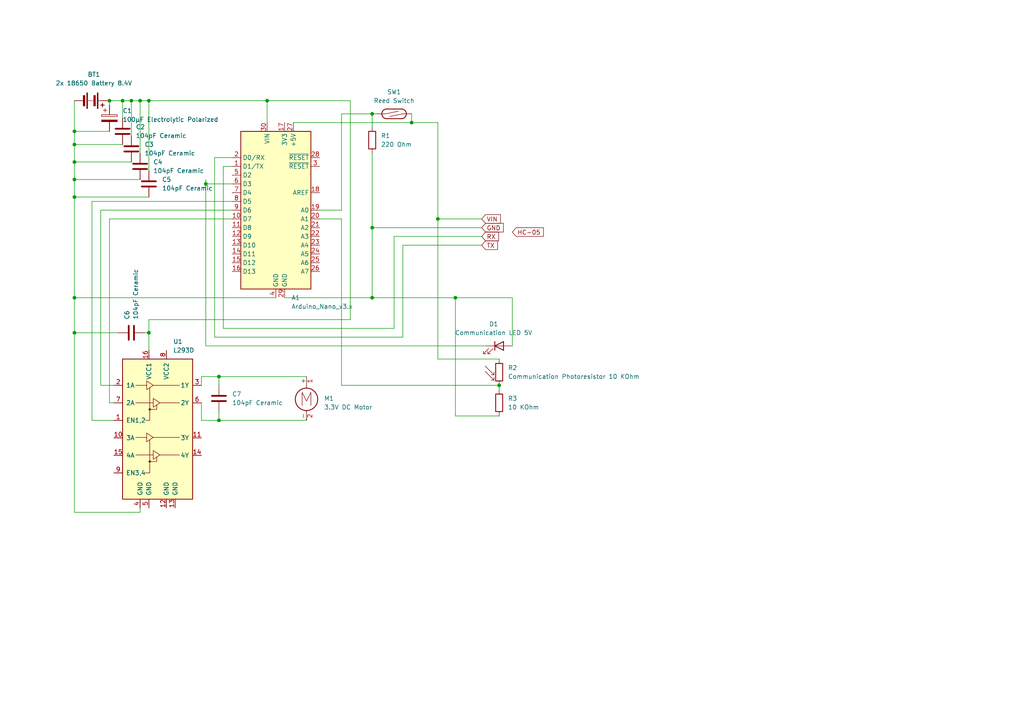
<source format=kicad_sch>
(kicad_sch (version 20230121) (generator eeschema)
  (paper "A4")
  (title_block (title "Model Train Autonomous Remote Controller") (date "2023-08-04") (rev "v3"))
  (lib_symbols
    (symbol "Device:Battery" (pin_numbers hide) (pin_names (offset 0) hide)
      (property "Reference" "BT" (at 2.54 2.54 0))
      (property "Value" "Battery" (at 2.54 0 0))
      (symbol "Battery_0_1"
        (rectangle (start -2.286 -1.27) (end 2.286 -1.524) (fill (type outline)))
        (rectangle (start -2.286 1.778) (end 2.286 1.524) (fill (type outline)))
        (rectangle (start -1.524 -2.032) (end 1.524 -2.54) (fill (type outline)))
        (rectangle (start -1.524 1.016) (end 1.524 0.508) (fill (type outline)))
        (polyline (pts (xy 0 -1.016) (xy 0 -0.762)))
        (polyline (pts (xy 0 -0.508) (xy 0 -0.254)))
        (polyline (pts (xy 0 0) (xy 0 0.254)))
        (polyline (pts (xy 0 1.778) (xy 0 2.54)))
        (polyline (pts (xy 0.762 3.048) (xy 1.778 3.048)) (stroke (width 0.254)))
        (polyline (pts (xy 1.27 3.556) (xy 1.27 2.54)) (stroke (width 0.254)))
      )
      (symbol "Battery_1_1"
        (pin passive line (at 0 5.08 270) (length 2.54) (name "+") (number "1"))
        (pin passive line (at 0 -5.08 90) (length 2.54) (name "-") (number "2"))
      )
    )
    (symbol "Device:C" (pin_numbers hide) (pin_names (offset 0.254))
      (property "Reference" "C" (at 0.635 2.54 0))
      (property "Value" "C" (at 0.635 -2.54 0))
      (symbol "C_0_1"
        (polyline (pts (xy -2.032 -0.762) (xy 2.032 -0.762)) (stroke (width 0.508)))
        (polyline (pts (xy -2.032 0.762) (xy 2.032 0.762)) (stroke (width 0.508)))
      )
      (symbol "C_1_1"
        (pin passive line (at 0 3.81 270) (length 2.794) (name "~") (number "1"))
        (pin passive line (at 0 -3.81 90) (length 2.794) (name "~") (number "2"))
      )
    )
    (symbol "Device:C_Polarized" (pin_numbers hide) (pin_names (offset 0.254))
      (property "Reference" "C" (at 0.635 2.54 0))
      (property "Value" "C_Polarized" (at 0.635 -2.54 0))
      (symbol "C_Polarized_0_1"
        (rectangle (start -2.286 0.508) (end 2.286 1.016))
        (polyline (pts (xy -1.778 2.286) (xy -0.762 2.286)))
        (polyline (pts (xy -1.27 2.794) (xy -1.27 1.778)))
        (rectangle (start 2.286 -0.508) (end -2.286 -1.016) (fill (type outline)))
      )
      (symbol "C_Polarized_1_1"
        (pin passive line (at 0 3.81 270) (length 2.794) (name "~") (number "1"))
        (pin passive line (at 0 -3.81 90) (length 2.794) (name "~") (number "2"))
      )
    )
    (symbol "Device:LED" (pin_numbers hide) (pin_names (offset 1.016) hide)
      (property "Reference" "D" (at 0 2.54 0))
      (property "Value" "LED" (at 0 -2.54 0))
      (symbol "LED_0_1"
        (polyline (pts (xy -1.27 -1.27) (xy -1.27 1.27)) (stroke (width 0.254)))
        (polyline (pts (xy -1.27 0) (xy 1.27 0)))
        (polyline (pts (xy 1.27 -1.27) (xy 1.27 1.27) (xy -1.27 0) (xy 1.27 -1.27)) (stroke (width 0.254)))
        (polyline (pts (xy -3.048 -0.762) (xy -4.572 -2.286) (xy -3.81 -2.286) (xy -4.572 -2.286) (xy -4.572 -1.524)))
        (polyline (pts (xy -1.778 -0.762) (xy -3.302 -2.286) (xy -2.54 -2.286) (xy -3.302 -2.286) (xy -3.302 -1.524)))
      )
      (symbol "LED_1_1"
        (pin passive line (at -3.81 0 0) (length 2.54) (name "K") (number "1"))
        (pin passive line (at 3.81 0 180) (length 2.54) (name "A") (number "2"))
      )
    )
    (symbol "Device:R" (pin_numbers hide) (pin_names (offset 0))
      (property "Reference" "R" (at 2.032 0 90))
      (property "Value" "R" (at 0 0 90))
      (symbol "R_0_1"
        (rectangle (start -1.016 -2.54) (end 1.016 2.54) (stroke (width 0.254)))
      )
      (symbol "R_1_1"
        (pin passive line (at 0 3.81 270) (length 1.27) (name "~") (number "1"))
        (pin passive line (at 0 -3.81 90) (length 1.27) (name "~") (number "2"))
      )
    )
    (symbol "Device:R_Photo" (pin_numbers hide) (pin_names (offset 0))
      (property "Reference" "R" (at 1.27 1.27 0))
      (property "Value" "R_Photo" (at 1.27 0 0))
      (symbol "R_Photo_0_1"
        (rectangle (start -1.016 2.54) (end 1.016 -2.54) (stroke (width 0.254)))
        (polyline (pts (xy -1.524 -2.286) (xy -4.064 0.254)))
        (polyline (pts (xy -1.524 -2.286) (xy -2.286 -2.286)))
        (polyline (pts (xy -1.524 -2.286) (xy -1.524 -1.524)))
        (polyline (pts (xy -1.524 -0.762) (xy -4.064 1.778)))
        (polyline (pts (xy -1.524 -0.762) (xy -2.286 -0.762)))
        (polyline (pts (xy -1.524 -0.762) (xy -1.524 0)))
      )
      (symbol "R_Photo_1_1"
        (pin passive line (at 0 3.81 270) (length 1.27) (name "~") (number "1"))
        (pin passive line (at 0 -3.81 90) (length 1.27) (name "~") (number "2"))
      )
    )
    (symbol "Driver_Motor:L293D" (pin_names (offset 1.016))
      (property "Reference" "U" (at -5.08 26.035 0))
      (property "Value" "L293D" (at -5.08 24.13 0))
      (symbol "L293D_0_1"
        (rectangle (start -10.16 22.86) (end 10.16 -17.78) (stroke (width 0.254)) (fill (type background)))
        (circle (center -2.286 -6.858) (radius 0.254) (fill (type outline)))
        (circle (center -2.286 8.255) (radius 0.254) (fill (type outline)))
        (polyline (pts (xy -6.35 -4.953) (xy -1.27 -4.953)))
        (polyline (pts (xy -6.35 0.127) (xy -3.175 0.127)))
        (polyline (pts (xy -6.35 10.16) (xy -1.27 10.16)))
        (polyline (pts (xy -6.35 15.24) (xy -3.175 15.24)))
        (polyline (pts (xy -1.27 0.127) (xy 6.35 0.127)))
        (polyline (pts (xy -1.27 15.24) (xy 6.35 15.24)))
        (polyline (pts (xy 0.635 -4.953) (xy 6.35 -4.953)))
        (polyline (pts (xy 0.635 10.16) (xy 6.35 10.16)))
        (polyline (pts (xy -2.286 -6.858) (xy -0.254 -6.858) (xy -0.254 -5.588)))
        (polyline (pts (xy -2.286 -0.635) (xy -2.286 -10.16) (xy -3.556 -10.16)))
        (polyline (pts (xy -2.286 8.255) (xy -0.254 8.255) (xy -0.254 9.525)))
        (polyline (pts (xy -2.286 14.478) (xy -2.286 5.08) (xy -3.556 5.08)))
        (polyline (pts (xy -3.175 1.397) (xy -3.175 -1.143) (xy -1.27 0.127) (xy -3.175 1.397)))
        (polyline (pts (xy -3.175 16.51) (xy -3.175 13.97) (xy -1.27 15.24) (xy -3.175 16.51)))
        (polyline (pts (xy -1.27 -3.683) (xy -1.27 -6.223) (xy 0.635 -4.953) (xy -1.27 -3.683)))
        (polyline (pts (xy -1.27 11.43) (xy -1.27 8.89) (xy 0.635 10.16) (xy -1.27 11.43)))
      )
      (symbol "L293D_1_1"
        (pin input line (at -12.7 5.08 0) (length 2.54) (name "EN1,2") (number "1"))
        (pin input line (at -12.7 0 0) (length 2.54) (name "3A") (number "10"))
        (pin output line (at 12.7 0 180) (length 2.54) (name "3Y") (number "11"))
        (pin power_in line (at 2.54 -20.32 90) (length 2.54) (name "GND") (number "12"))
        (pin power_in line (at 5.08 -20.32 90) (length 2.54) (name "GND") (number "13"))
        (pin output line (at 12.7 -5.08 180) (length 2.54) (name "4Y") (number "14"))
        (pin input line (at -12.7 -5.08 0) (length 2.54) (name "4A") (number "15"))
        (pin power_in line (at -2.54 25.4 270) (length 2.54) (name "VCC1") (number "16"))
        (pin input line (at -12.7 15.24 0) (length 2.54) (name "1A") (number "2"))
        (pin output line (at 12.7 15.24 180) (length 2.54) (name "1Y") (number "3"))
        (pin power_in line (at -5.08 -20.32 90) (length 2.54) (name "GND") (number "4"))
        (pin power_in line (at -2.54 -20.32 90) (length 2.54) (name "GND") (number "5"))
        (pin output line (at 12.7 10.16 180) (length 2.54) (name "2Y") (number "6"))
        (pin input line (at -12.7 10.16 0) (length 2.54) (name "2A") (number "7"))
        (pin power_in line (at 2.54 25.4 270) (length 2.54) (name "VCC2") (number "8"))
        (pin input line (at -12.7 -10.16 0) (length 2.54) (name "EN3,4") (number "9"))
      )
    )
    (symbol "MCU_Module:Arduino_Nano_v3.x"
      (property "Reference" "A" (at -10.16 23.495 0))
      (property "Value" "Arduino_Nano_v3.x" (at 5.08 -24.13 0))
      (symbol "Arduino_Nano_v3.x_0_1"
        (rectangle (start -10.16 22.86) (end 10.16 -22.86) (stroke (width 0.254)) (fill (type background)))
      )
      (symbol "Arduino_Nano_v3.x_1_1"
        (pin bidirectional line (at -12.7 12.7 0) (length 2.54) (name "D1/TX") (number "1"))
        (pin bidirectional line (at -12.7 -2.54 0) (length 2.54) (name "D7") (number "10"))
        (pin bidirectional line (at -12.7 -5.08 0) (length 2.54) (name "D8") (number "11"))
        (pin bidirectional line (at -12.7 -7.62 0) (length 2.54) (name "D9") (number "12"))
        (pin bidirectional line (at -12.7 -10.16 0) (length 2.54) (name "D10") (number "13"))
        (pin bidirectional line (at -12.7 -12.7 0) (length 2.54) (name "D11") (number "14"))
        (pin bidirectional line (at -12.7 -15.24 0) (length 2.54) (name "D12") (number "15"))
        (pin bidirectional line (at -12.7 -17.78 0) (length 2.54) (name "D13") (number "16"))
        (pin power_out line (at 2.54 25.4 270) (length 2.54) (name "3V3") (number "17"))
        (pin input line (at 12.7 5.08 180) (length 2.54) (name "AREF") (number "18"))
        (pin bidirectional line (at 12.7 0 180) (length 2.54) (name "A0") (number "19"))
        (pin bidirectional line (at -12.7 15.24 0) (length 2.54) (name "D0/RX") (number "2"))
        (pin bidirectional line (at 12.7 -2.54 180) (length 2.54) (name "A1") (number "20"))
        (pin bidirectional line (at 12.7 -5.08 180) (length 2.54) (name "A2") (number "21"))
        (pin bidirectional line (at 12.7 -7.62 180) (length 2.54) (name "A3") (number "22"))
        (pin bidirectional line (at 12.7 -10.16 180) (length 2.54) (name "A4") (number "23"))
        (pin bidirectional line (at 12.7 -12.7 180) (length 2.54) (name "A5") (number "24"))
        (pin bidirectional line (at 12.7 -15.24 180) (length 2.54) (name "A6") (number "25"))
        (pin bidirectional line (at 12.7 -17.78 180) (length 2.54) (name "A7") (number "26"))
        (pin power_out line (at 5.08 25.4 270) (length 2.54) (name "+5V") (number "27"))
        (pin input line (at 12.7 15.24 180) (length 2.54) (name "~{RESET}") (number "28"))
        (pin power_in line (at 2.54 -25.4 90) (length 2.54) (name "GND") (number "29"))
        (pin input line (at 12.7 12.7 180) (length 2.54) (name "~{RESET}") (number "3"))
        (pin power_in line (at -2.54 25.4 270) (length 2.54) (name "VIN") (number "30"))
        (pin power_in line (at 0 -25.4 90) (length 2.54) (name "GND") (number "4"))
        (pin bidirectional line (at -12.7 10.16 0) (length 2.54) (name "D2") (number "5"))
        (pin bidirectional line (at -12.7 7.62 0) (length 2.54) (name "D3") (number "6"))
        (pin bidirectional line (at -12.7 5.08 0) (length 2.54) (name "D4") (number "7"))
        (pin bidirectional line (at -12.7 2.54 0) (length 2.54) (name "D5") (number "8"))
        (pin bidirectional line (at -12.7 0 0) (length 2.54) (name "D6") (number "9"))
      )
    )
    (symbol "Motor:Motor_DC" (pin_names (offset 0))
      (property "Reference" "M" (at 2.54 2.54 0))
      (property "Value" "Motor_DC" (at 2.54 -5.08 0))
      (symbol "Motor_DC_0_0"
        (polyline (pts (xy -1.27 -3.302) (xy -1.27 0.508) (xy 0 -2.032) (xy 1.27 0.508) (xy 1.27 -3.302)))
      )
      (symbol "Motor_DC_0_1"
        (circle (center 0 -1.524) (radius 3.2512) (stroke (width 0.254)))
        (polyline (pts (xy 0 -7.62) (xy 0 -7.112)))
        (polyline (pts (xy 0 -4.7752) (xy 0 -5.1816)))
        (polyline (pts (xy 0 1.7272) (xy 0 2.0828)))
        (polyline (pts (xy 0 2.032) (xy 0 2.54)))
      )
      (symbol "Motor_DC_1_1"
        (pin passive line (at 0 5.08 270) (length 2.54) (name "+") (number "1"))
        (pin passive line (at 0 -7.62 90) (length 2.54) (name "-") (number "2"))
      )
    )
    (symbol "Switch:SW_Reed" (pin_numbers hide) (pin_names (offset 0) hide)
      (property "Reference" "SW" (at 0 2.54 0))
      (property "Value" "SW_Reed" (at 0 -2.54 0))
      (symbol "SW_Reed_0_0"
        (arc (start -2.159 1.397) (mid -3.55 0) (end -2.159 -1.397) (stroke (width 0.254)))
        (polyline (pts (xy -2.54 0) (xy 1.27 0.762)))
        (polyline (pts (xy -2.159 -1.397) (xy 2.286 -1.397)) (stroke (width 0.254)))
        (polyline (pts (xy 2.159 1.397) (xy -2.159 1.397)) (stroke (width 0.254)))
        (polyline (pts (xy 2.54 0) (xy -1.27 -0.762)))
        (arc (start 2.159 -1.397) (mid 3.55 0) (end 2.159 1.397) (stroke (width 0.254)))
      )
      (symbol "SW_Reed_1_1"
        (pin passive line (at -5.08 0 0) (length 2.54) (name "1") (number "1"))
        (pin passive line (at 5.08 0 180) (length 2.54) (name "2") (number "2"))
      )
    )
  )
  (junction (at 38.1 29.21))
  (junction (at 21.59 52.07))
  (junction (at 59.69 53.34))
  (junction (at 43.18 29.21))
  (junction (at 21.59 86.36))
  (junction (at 144.78 111.76))
  (junction (at 43.18 96.52))
  (junction (at 107.95 86.36))
  (junction (at 35.56 29.21))
  (junction (at 119.38 35.56))
  (junction (at 63.5 109.22))
  (junction (at 107.95 66.04))
  (junction (at 107.95 33.02))
  (junction (at 40.64 29.21))
  (junction (at 21.59 96.52))
  (junction (at 132.08 86.36))
  (junction (at 127 63.5))
  (junction (at 77.47 29.21))
  (junction (at 63.5 121.92))
  (junction (at 21.59 41.91))
  (junction (at 21.59 57.15))
  (junction (at 21.59 38.1))
  (junction (at 31.75 29.21))
  (junction (at 21.59 46.99))
  (wire (pts (xy 127 63.5) (xy 127 35.56)))
  (wire (pts (xy 21.59 38.1) (xy 21.59 41.91)))
  (wire (pts (xy 99.06 33.02) (xy 107.95 33.02)))
  (wire (pts (xy 67.31 63.5) (xy 31.75 63.5)))
  (wire (pts (xy 101.6 92.71) (xy 101.6 29.21)))
  (wire (pts (xy 21.59 52.07) (xy 21.59 57.15)))
  (wire (pts (xy 119.38 35.56) (xy 119.38 33.02)))
  (wire (pts (xy 62.23 97.79) (xy 62.23 45.72)))
  (wire (pts (xy 85.09 35.56) (xy 119.38 35.56)))
  (wire (pts (xy 99.06 111.76) (xy 99.06 63.5)))
  (wire (pts (xy 139.7 63.5) (xy 127 63.5)))
  (wire (pts (xy 31.75 63.5) (xy 31.75 116.84)))
  (wire (pts (xy 107.95 66.04) (xy 107.95 44.45)))
  (wire (pts (xy 26.67 58.42) (xy 26.67 121.92)))
  (wire (pts (xy 139.7 71.12) (xy 116.84 71.12)))
  (wire (pts (xy 41.91 96.52) (xy 43.18 96.52)))
  (wire (pts (xy 43.18 96.52) (xy 43.18 92.71)))
  (wire (pts (xy 21.59 86.36) (xy 21.59 96.52)))
  (wire (pts (xy 127 35.56) (xy 119.38 35.56)))
  (wire (pts (xy 116.84 71.12) (xy 116.84 97.79)))
  (wire (pts (xy 107.95 66.04) (xy 139.7 66.04)))
  (wire (pts (xy 58.42 116.84) (xy 58.42 121.92)))
  (wire (pts (xy 21.59 46.99) (xy 21.59 52.07)))
  (wire (pts (xy 64.77 95.25) (xy 64.77 48.26)))
  (wire (pts (xy 144.78 111.76) (xy 144.78 113.03)))
  (wire (pts (xy 40.64 29.21) (xy 40.64 44.45)))
  (wire (pts (xy 77.47 29.21) (xy 101.6 29.21)))
  (wire (pts (xy 67.31 60.96) (xy 29.21 60.96)))
  (wire (pts (xy 107.95 33.02) (xy 109.22 33.02)))
  (wire (pts (xy 21.59 57.15) (xy 21.59 86.36)))
  (wire (pts (xy 148.59 100.33) (xy 148.59 86.36)))
  (wire (pts (xy 132.08 86.36) (xy 107.95 86.36)))
  (wire (pts (xy 43.18 101.6) (xy 43.18 96.52)))
  (wire (pts (xy 21.59 57.15) (xy 43.18 57.15)))
  (wire (pts (xy 38.1 29.21) (xy 38.1 39.37)))
  (wire (pts (xy 127 63.5) (xy 127 104.14)))
  (wire (pts (xy 26.67 121.92) (xy 33.02 121.92)))
  (wire (pts (xy 35.56 29.21) (xy 35.56 34.29)))
  (wire (pts (xy 21.59 148.59) (xy 40.64 148.59)))
  (wire (pts (xy 127 104.14) (xy 144.78 104.14)))
  (wire (pts (xy 31.75 29.21) (xy 31.75 30.48)))
  (wire (pts (xy 144.78 111.76) (xy 99.06 111.76)))
  (wire (pts (xy 40.64 29.21) (xy 43.18 29.21)))
  (wire (pts (xy 38.1 29.21) (xy 40.64 29.21)))
  (wire (pts (xy 59.69 53.34) (xy 59.69 100.33)))
  (wire (pts (xy 58.42 121.92) (xy 63.5 121.92)))
  (wire (pts (xy 29.21 111.76) (xy 33.02 111.76)))
  (wire (pts (xy 58.42 109.22) (xy 63.5 109.22)))
  (wire (pts (xy 63.5 121.92) (xy 88.9 121.92)))
  (wire (pts (xy 31.75 116.84) (xy 33.02 116.84)))
  (wire (pts (xy 148.59 86.36) (xy 132.08 86.36)))
  (wire (pts (xy 40.64 148.59) (xy 40.64 147.32)))
  (wire (pts (xy 107.95 33.02) (xy 107.95 36.83)))
  (wire (pts (xy 43.18 29.21) (xy 43.18 49.53)))
  (wire (pts (xy 21.59 46.99) (xy 38.1 46.99)))
  (wire (pts (xy 144.78 120.65) (xy 132.08 120.65)))
  (wire (pts (xy 43.18 29.21) (xy 77.47 29.21)))
  (wire (pts (xy 21.59 41.91) (xy 35.56 41.91)))
  (wire (pts (xy 58.42 111.76) (xy 58.42 109.22)))
  (wire (pts (xy 92.71 60.96) (xy 99.06 60.96)))
  (wire (pts (xy 139.7 68.58) (xy 114.3 68.58)))
  (wire (pts (xy 77.47 29.21) (xy 77.47 35.56)))
  (wire (pts (xy 29.21 60.96) (xy 29.21 111.76)))
  (wire (pts (xy 67.31 58.42) (xy 26.67 58.42)))
  (wire (pts (xy 114.3 95.25) (xy 64.77 95.25)))
  (wire (pts (xy 31.75 29.21) (xy 35.56 29.21)))
  (wire (pts (xy 21.59 52.07) (xy 40.64 52.07)))
  (wire (pts (xy 64.77 48.26) (xy 67.31 48.26)))
  (wire (pts (xy 59.69 52.07) (xy 59.69 53.34)))
  (wire (pts (xy 107.95 86.36) (xy 107.95 66.04)))
  (wire (pts (xy 114.3 68.58) (xy 114.3 95.25)))
  (wire (pts (xy 63.5 119.38) (xy 63.5 121.92)))
  (wire (pts (xy 99.06 33.02) (xy 99.06 60.96)))
  (wire (pts (xy 35.56 29.21) (xy 38.1 29.21)))
  (wire (pts (xy 21.59 41.91) (xy 21.59 46.99)))
  (wire (pts (xy 82.55 86.36) (xy 107.95 86.36)))
  (wire (pts (xy 21.59 38.1) (xy 31.75 38.1)))
  (wire (pts (xy 63.5 109.22) (xy 63.5 111.76)))
  (wire (pts (xy 59.69 53.34) (xy 67.31 53.34)))
  (wire (pts (xy 21.59 86.36) (xy 80.01 86.36)))
  (wire (pts (xy 21.59 96.52) (xy 21.59 148.59)))
  (wire (pts (xy 63.5 109.22) (xy 88.9 109.22)))
  (wire (pts (xy 99.06 63.5) (xy 92.71 63.5)))
  (wire (pts (xy 21.59 96.52) (xy 34.29 96.52)))
  (wire (pts (xy 43.18 92.71) (xy 101.6 92.71)))
  (wire (pts (xy 116.84 97.79) (xy 62.23 97.79)))
  (wire (pts (xy 132.08 120.65) (xy 132.08 86.36)))
  (wire (pts (xy 62.23 45.72) (xy 67.31 45.72)))
  (wire (pts (xy 21.59 38.1) (xy 21.59 29.21)))
  (wire (pts (xy 59.69 100.33) (xy 140.97 100.33)))
  (global_label "TX" (shape input) (at 139.7 71.12 0) (property "Intersheetrefs" "${INTERSHEET_REFS}" (effects hide)))
  (global_label "HC-05" (shape input) (at 148.59 67.31 0) (property "Intersheetrefs" "${INTERSHEET_REFS}" (effects hide)))
  (global_label "RX" (shape input) (at 139.7 68.58 0) (property "Intersheetrefs" "${INTERSHEET_REFS}" (effects hide)))
  (global_label "VIN" (shape input) (at 139.7 63.5 0) (property "Intersheetrefs" "${INTERSHEET_REFS}" (effects hide)))
  (global_label "GND" (shape input) (at 139.7 66.04 0) (property "Intersheetrefs" "${INTERSHEET_REFS}" (effects hide)))
  (symbol (lib_id "Device:C_Polarized") (at 31.75 34.29 0) (unit 1)
    (property "Reference" "C1" (at 35.56 32.131 0) (effects (justify left)))
    (property "Value" "100µF Electrolytic Polarized" (at 35.56 34.671 0) (effects (justify left)))
  )
  (symbol (lib_id "Device:LED") (at 144.78 100.33 0) (unit 1)
    (property "Reference" "D1" (at 143.1925 93.98 0))
    (property "Value" "Communication LED 5V" (at 143.1925 96.52 0))
  )
  (symbol (lib_id "Device:R") (at 144.78 116.84 0) (unit 1)
    (property "Reference" "R3" (at 147.32 115.57 0) (effects (justify left)))
    (property "Value" "10 KOhm" (at 147.32 118.11 0) (effects (justify left)))
  )
  (symbol (lib_id "Device:C") (at 38.1 96.52 90) (unit 1)
    (property "Reference" "C6" (at 36.83 92.71 0) (effects (justify left)))
    (property "Value" "104pF Ceramic" (at 39.37 92.71 0) (effects (justify left)))
  )
  (symbol (lib_id "Driver_Motor:L293D") (at 45.72 127 0) (unit 1)
    (property "Reference" "U1" (at 50.2159 99.06 0) (effects (justify left)))
    (property "Value" "L293D" (at 50.2159 101.6 0) (effects (justify left)))
    (property "Footprint" "Package_DIP:DIP-16_W7.62mm" (effects hide))
    (property "Datasheet" "http://www.ti.com/lit/ds/symlink/l293.pdf" (effects hide))
  )
  (symbol (lib_id "Device:Battery") (at 26.67 29.21 270) (unit 1)
    (property "Reference" "BT1" (at 27.2415 21.59 90))
    (property "Value" "2x 18650 Battery 8.4V" (at 27.2415 24.13 90))
  )
  (symbol (lib_id "Device:C") (at 40.64 48.26 0) (unit 1)
    (property "Reference" "C4" (at 44.45 46.99 0) (effects (justify left)))
    (property "Value" "104pF Ceramic" (at 44.45 49.53 0) (effects (justify left)))
  )
  (symbol (lib_id "Device:R_Photo") (at 144.78 107.95 0) (unit 1)
    (property "Reference" "R2" (at 147.32 106.68 0) (effects (justify left)))
    (property "Value" "Communication Photoresistor 10 KOhm" (at 147.32 109.22 0) (effects (justify left)))
  )
  (symbol (lib_id "Motor:Motor_DC") (at 88.9 114.3 0) (unit 1)
    (property "Reference" "M1" (at 93.98 115.57 0) (effects (justify left)))
    (property "Value" "3.3V DC Motor" (at 93.98 118.11 0) (effects (justify left)))
  )
  (symbol (lib_id "Device:R") (at 107.95 40.64 0) (unit 1)
    (property "Reference" "R1" (at 110.49 39.37 0) (effects (justify left)))
    (property "Value" "220 Ohm" (at 110.49 41.91 0) (effects (justify left)))
  )
  (symbol (lib_id "Device:C") (at 43.18 53.34 0) (unit 1)
    (property "Reference" "C5" (at 46.99 52.07 0) (effects (justify left)))
    (property "Value" "104pF Ceramic" (at 46.99 54.61 0) (effects (justify left)))
  )
  (symbol (lib_id "Device:C") (at 38.1 43.18 0) (unit 1)
    (property "Reference" "C3" (at 41.91 41.91 0) (effects (justify left)))
    (property "Value" "104pF Ceramic" (at 41.91 44.45 0) (effects (justify left)))
  )
  (symbol (lib_id "MCU_Module:Arduino_Nano_v3.x") (at 80.01 60.96 0) (unit 1)
    (property "Reference" "A1" (at 84.5059 86.36 0) (effects (justify left)))
    (property "Value" "Arduino_Nano_v3.x" (at 84.5059 88.9 0) (effects (justify left)))
    (property "Footprint" "Module:Arduino_Nano" (effects hide))
    (property "Datasheet" "http://www.mouser.com/pdfdocs/Gravitech_Arduino_Nano3_0.pdf" (effects hide))
  )
  (symbol (lib_id "Device:C") (at 35.56 38.1 0) (unit 1)
    (property "Reference" "C2" (at 39.37 36.83 0) (effects (justify left)))
    (property "Value" "104pF Ceramic" (at 39.37 39.37 0) (effects (justify left)))
  )
  (symbol (lib_id "Switch:SW_Reed") (at 114.3 33.02 0) (unit 1)
    (property "Reference" "SW1" (at 114.3 26.67 0))
    (property "Value" "Reed Switch" (at 114.3 29.21 0))
  )
  (symbol (lib_id "Device:C") (at 63.5 115.57 0) (unit 1)
    (property "Reference" "C7" (at 67.31 114.3 0) (effects (justify left)))
    (property "Value" "104pF Ceramic" (at 67.31 116.84 0) (effects (justify left)))
  )
)
</source>
